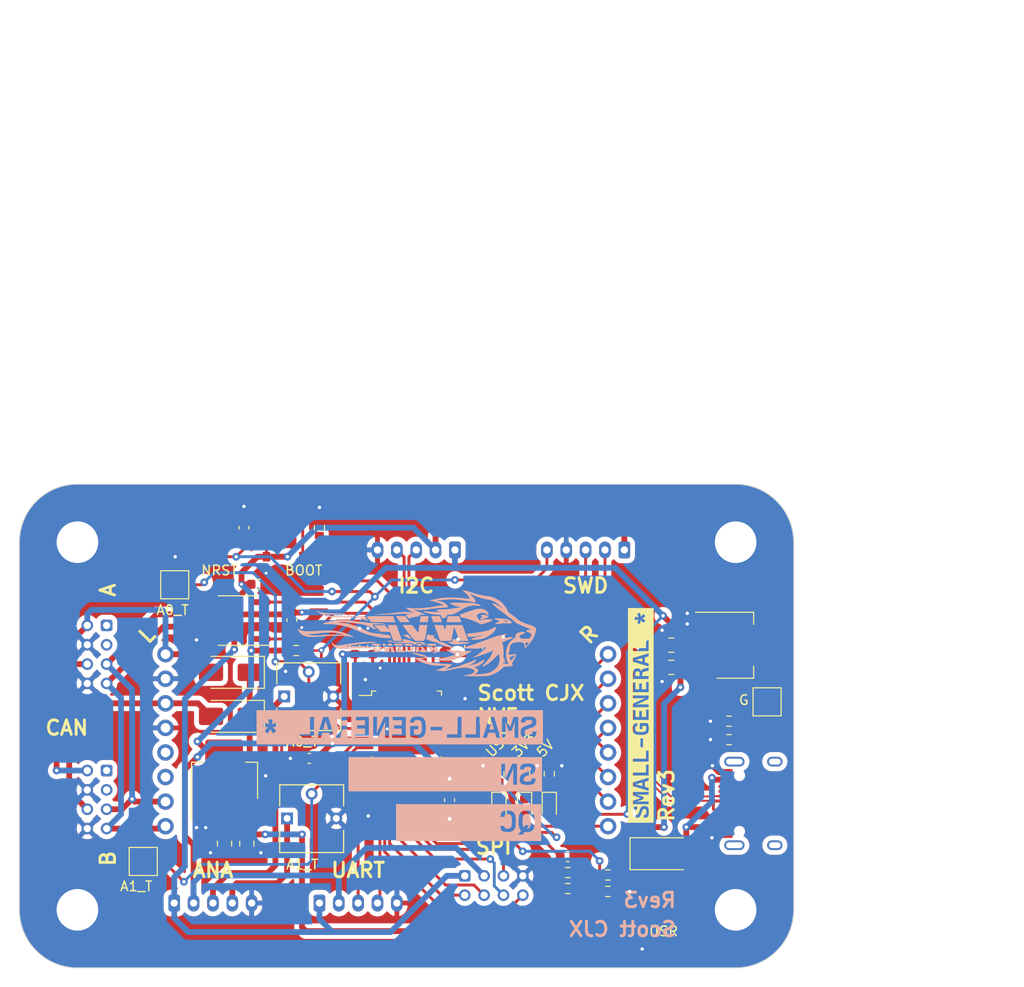
<source format=kicad_pcb>
(kicad_pcb (version 20221018) (generator pcbnew)
  (title_block (title "Small General") (date "2024-02-14") (rev "3") (company "Scott CJX"))
  (layers (0 "F.Cu" signal) (31 "B.Cu" signal) (34 "B.Paste" user) (35 "F.Paste" user) (36 "B.SilkS" user "B.Silkscreen") (37 "F.SilkS" user "F.Silkscreen") (38 "B.Mask" user) (39 "F.Mask" user) (44 "Edge.Cuts" user))
  (net 0 "")
  (net 1 "+3V3")
  (net 2 "GND")
  (net 3 "+5V")
  (net 4 "/UART_TX")
  (net 5 "/SWDIO")
  (net 6 "/UART_RX")
  (net 7 "/SWCLK")
  (net 8 "/NRST")
  (net 9 "/A1")
  (net 10 "/USR_BTN")
  (net 11 "VBUS")
  (net 12 "/CAN_RX")
  (net 13 "/CAN_TX")
  (net 14 "/CC1")
  (net 15 "/USB_D+")
  (net 16 "/USB_D-")
  (net 17 "/SBU1")
  (net 18 "/CC2")
  (net 19 "/SBU2")
  (net 20 "/A0")
  (net 21 "/BOOT0")
  (net 22 "/CAN_L")
  (net 23 "/CAN_H")
  (net 24 "/A0_MCU")
  (net 25 "V2")
  (net 26 "V1")
  (net 27 "/I2C_SCL")
  (net 28 "/I2C_SDA")
  (net 29 "VCC")
  (net 30 "/SPI_SCLK")
  (net 31 "/SPI_MISO")
  (net 32 "/SPI_IRQ")
  (net 33 "/SPI_MOSI")
  (net 34 "/SPI_CS")
  (net 35 "/UART2_RX")
  (net 36 "/UART2_TX")
  (net 37 "/PA8")
  (net 38 "/PB15")
  (net 39 "/PB14")
  (net 40 "/PB13")
  (net 41 "/PB12")
  (net 42 "/PB11")
  (net 43 "/A1_MCU")
  (net 44 "/V_{SENSE}")
  (net 45 "/USR_LED")
  (net 46 "Net-(D101-K)")
  (net 47 "Net-(D102-K)")
  (net 48 "Net-(D103-K)")
  (net 50 "Net-(R104-Pad2)")
  (footprint "Capacitor_SMD:C_0805_2012Metric" (layer "F.Cu") (at 148.6 116.8 90)
    (fp_text reference "C101" hide)
    (fp_text value "4u7")
  )
  (footprint "Capacitor_SMD:C_0805_2012Metric" (layer "F.Cu") (at 123.500001 137.15 -90)
    (fp_text reference "C111" hide)
    (fp_text value "2u2")
  )
  (footprint "Resistor_SMD:R_0603_1608Metric" (layer "F.Cu") (at 173.311396 126.41 180)
    (fp_text reference "R109" hide)
    (fp_text value "5k1")
  )
  (footprint "Diode_SMD:D_SMA" (layer "F.Cu") (at 121.800001 124 180)
    (fp_text reference "D106" hide)
    (fp_text value "SS14" hide)
  )
  (footprint "Package_QFP:LQFP-48_7x7mm_P0.5mm" (layer "F.Cu") (at 140 125)
    (fp_text reference "U101" hide)
    (fp_text value "STM32F072CBTx")
  )
  (footprint "Capacitor_SMD:C_0603_1608Metric" (layer "F.Cu") (at 129.95 128.35 180)
    (fp_text reference "C103" hide)
    (fp_text value "100n")
  )
  (footprint "Resistor_SMD:R_0603_1608Metric" (layer "F.Cu") (at 156.65 140.15 180)
    (fp_text reference "R103" hide)
    (fp_text value "10k")
  )
  (footprint "Capacitor_SMD:C_0603_1608Metric" (layer "F.Cu") (at 144.45 132.65 -90)
    (fp_text reference "C104" hide)
    (fp_text value "100n")
  )
  (footprint "Capacitor_SMD:C_0603_1608Metric" (layer "F.Cu") (at 123.2 104.5 90)
    (fp_text reference "C109" hide)
    (fp_text value "100n")
  )
  (footprint "Capacitor_SMD:C_0805_2012Metric" (layer "F.Cu") (at 121.2 137.15 -90)
    (fp_text reference "C112" hide)
    (fp_text value "2u2")
  )
  (footprint "LED_SMD:LED_0603_1608Metric" (layer "F.Cu") (at 154.75 133.337501 -90)
    (fp_text reference "D101" hide)
    (fp_text value "GREEN")
  )
  (footprint "Capacitor_SMD:C_0603_1608Metric" (layer "F.Cu") (at 156.65 138.5)
    (fp_text reference "C110" hide)
    (fp_text value "100n")
  )
  (footprint "NVF-OwnParts:Small-General Actual" (layer "F.Cu") (at 140 125)
    (fp_text reference "SG101" hide)
    (fp_text value "~" hide)
    (fp_poly (pts (arc (start -40 19) (mid -38.242641 23.242641) (end -34 25)) (arc (start 34 25) (mid 38.242641 23.242641) (end 40 19)) (arc (start 40 -19) (mid 38.242641 -23.242641) (end 34 -25)) (arc (start -34 -25) (mid -38.242641 -23.242641) (end -40 -19))) (stroke (width 0.1)) (fill none) (layer "Edge.Cuts"))
  )
  (footprint "Capacitor_SMD:C_0603_1608Metric" (layer "F.Cu") (at 146.5 116.8 90)
    (fp_text reference "C105" hide)
    (fp_text value "100n")
  )
  (footprint "TestPoint:TestPoint_Pad_2.5x2.5mm" (layer "F.Cu") (at 112.8 139)
    (fp_text reference "TP101" hide)
    (fp_text value "TestPoint" hide)
  )
  (footprint "LED_SMD:LED_0603_1608Metric" (layer "F.Cu") (at 152.195 133.337501 -90)
    (fp_text reference "D102" hide)
    (fp_text value "RED")
  )
  (footprint "Package_SO:SOIC-8_3.9x4.9mm_P1.27mm" (layer "F.Cu") (at 122.5 114.097315 180)
    (fp_text reference "U102" hide)
    (fp_text value "TJA1042T-3" hide)
  )
  (footprint "LED_SMD:LED_0603_1608Metric" (layer "F.Cu") (at 149.545 133.337501 -90)
    (fp_text reference "D103" hide)
    (fp_text value "BLUE")
  )
  (footprint "NVF-Kicad:PushBtn_TS-1187A-B-A-B" (layer "F.Cu") (at 127.4 104.5 -90)
    (fp_text reference "SW101" hide)
    (fp_text value "SW_Push" hide)
  )
  (footprint "Diode_SMD:D_SMA" (layer "F.Cu") (at 166.6 138.2)
    (fp_text reference "D104" hide)
    (fp_text value "SS14")
  )
  (footprint "NVF-Kicad:RV_Bourns_3362" (layer "F.Cu") (at 130.2 134.55)
    (fp_text reference "RV102" hide)
    (fp_text value "10k" hide)
  )
  (footprint "Package_TO_SOT_SMD:SOT-223-3_TabPin2" (layer "F.Cu") (at 121.2 130.650001 90)
    (fp_text reference "U103" hide)
    (fp_text value "AMS1117-3.3" hide)
  )
  (footprint "Resistor_SMD:R_0603_1608Metric" (layer "F.Cu") (at 154.745 129.942501 90)
    (fp_text reference "R105" hide)
    (fp_text value "200")
  )
  (footprint "NVF-Kicad:USBC_HRO_TYPE-C-31-M-12" (layer "F.Cu") (at 177 133 90)
    (fp_text reference "J101" hide)
    (fp_text value "USB_C" hide)
  )
  (footprint "Capacitor_SMD:C_0603_1608Metric" (layer "F.Cu") (at 128.15 114.05 -90)
    (fp_text reference "C107" hide)
    (fp_text value "100n")
  )
  (footprint "kibuzzard-65CCCADD" (layer "F.Cu") (at 164.2 123.9 90)
    (fp_text reference "kibuzzard-65CCCADD" hide)
    (fp_text value "G***" hide)
  )
  (footprint "NVF-Kicad:PushBtn_TS-1187A-B-A-B" (layer "F.Cu") (at 159.8 146.15)
    (fp_text reference "SW103" hide)
    (fp_text value "SW_Push" hide)
  )
  (footprint "Resistor_SMD:R_0603_1608Metric" (layer "F.Cu") (at 173.311396 124.5 180)
    (fp_text reference "R108" hide)
    (fp_text value "5k1")
  )
  (footprint "Resistor_SMD:R_0603_1608Metric" (layer "F.Cu") (at 128.6 117.2)
    (fp_text reference "R101" hide)
    (fp_text value "10k")
  )
  (footprint "Resistor_SMD:R_0603_1608Metric" (layer "F.Cu") (at 149.545 129.9425 90)
    (fp_text reference "R107" hide)
    (fp_text value "200")
  )
  (footprint "NVF-Kicad:PushBtn_TS-1187A-B-A-B" (layer "F.Cu") (at 119.100001 104.5 -90)
    (fp_text reference "SW102" hide)
    (fp_text value "SW_Push" hide)
  )
  (footprint "Capacitor_SMD:C_0805_2012Metric" (layer "F.Cu") (at 167.35 116.64 180)
    (fp_text reference "C114" hide)
    (fp_text value "2u2")
  )
  (footprint "Capacitor_SMD:C_0805_2012Metric" (layer "F.Cu") (at 167.35 118.94 180)
    (fp_text reference "C113" hide)
    (fp_text value "2u2")
  )
  (footprint "Diode_SMD:D_SMA" (layer "F.Cu") (at 121.8 119.450001 180)
    (fp_text reference "D105" hide)
    (fp_text value "SS14" hide)
  )
  (footprint "Package_TO_SOT_SMD:SOT-223-3_TabPin2" (layer "F.Cu") (at 173.95 116.65)
    (fp_text reference "U104" hide)
    (fp_text value "AMS1117-5.0")
  )
  (footprint "Resistor_SMD:R_0603_1608Metric" (layer "F.Cu") (at 131 104.5 90)
    (fp_text reference "R102" hide)
    (fp_text value "10k")
  )
  (footprint "Resistor_SMD:R_0603_1608Metric" (layer "F.Cu") (at 156.65 141.8)
    (fp_text reference "R104" hide)
    (fp_text value "1k")
  )
  (footprint "NVF-Kicad:RV_Bourns_3362" (layer "F.Cu") (at 129.9 121.94)
    (fp_text reference "RV101" hide)
    (fp_text value "10k" hide)
  )
  (footprint "TestPoint:TestPoint_Pad_2.5x2.5mm" (layer "F.Cu") (at 116.05 110.4)
    (fp_text reference "TP102" hide)
    (fp_text value "TestPoint")
  )
  (footprint "TestPoint:TestPoint_Pad_2.5x2.5mm" (layer "F.Cu") (at 177.25 122.5)
    (fp_text reference "TP103" hide)
    (fp_text value "TestPoint")
  )
  (footprint "Resistor_SMD:R_0603_1608Metric" (layer "F.Cu") (at 160.8 140.4 180)
    (fp_text reference "R110" hide)
    (fp_text value "10k")
  )
  (footprint "Capacitor_SMD:C_0603_1608Metric" (layer "F.Cu") (at 134.65 116.8 90)
    (fp_text reference "C102" hide)
    (fp_text value "100n")
  )
  (footprint "Resistor_SMD:R_0603_1608Metric" (layer "F.Cu") (at 152.195 129.9425 90)
    (fp_text reference "R106" hide)
    (fp_text value "200")
  )
  (footprint "Capacitor_SMD:C_0603_1608Metric" (layer "F.Cu") (at 124.725 110.35)
    (fp_text reference "C108" hide)
    (fp_text value "100n")
  )
  (footprint "Capacitor_SMD:C_0603_1608Metric" (layer "F.Cu") (at 136.5 116.8 90)
    (fp_text reference "C106" hide)
    (fp_text value "100n")
  )
  (footprint "Resistor_SMD:R_0603_1608Metric" (layer "F.Cu") (at 160.8 142.1)
    (fp_text reference "R111" hide)
    (fp_text value "1k")
  )
  (footprint "kibuzzard-65C10821" (layer "B.Cu") (at 146.411804 134.981976 180)
    (fp_text reference "kibuzzard-65C10821" hide)
    (fp_text value "G***" hide)
  )
  (footprint "kibuzzard-65CCCB35" (layer "B.Cu") (at 139.3 125.131976 180)
    (fp_text reference "kibuzzard-65CCCB35" hide)
    (fp_text value "G***" hide)
  )
  (footprint "NVF-Kicad:NVF-Logo-30mm" (layer "B.Cu") (at 141 118 180)
    (fp_text reference "G***" hide)
    (fp_text value "LOGO" hide)
  )
  (footprint "kibuzzard-65C10836" (layer "B.Cu") (at 144 129.981976 180)
    (fp_text reference "kibuzzard-65C10836" hide)
    (fp_text value "G***" hide)
  )
  (gr_text "Rev3" (at 168 143) (layer "B.SilkS") (effects (font (size 1.5 1.5) (thickness 0.3) bold) (justify left mirror)))
  (gr_text "Scott CJX" (at 168 146) (layer "B.SilkS") (effects (font (size 1.5 1.5) (thickness 0.3) bold) (justify left mirror)))
  (gr_text "NRST" (at 118.7 109.5) (layer "F.SilkS") (effects (font (size 1 1)) (justify left bottom)))
  (gr_text "Scott CJX\nNVF" (at 147.15 122.8) (layer "F.SilkS") (effects (font (size 1.5 1.5) (thickness 0.3) bold) (justify left)))
  (gr_text "BOOT" (at 127.35 109.5) (layer "F.SilkS") (effects (font (size 1 1)) (justify left bottom)))
  (gr_text "USR" (at 164.95 146.8) (layer "F.SilkS") (effects (font (size 1 1)) (justify left bottom)))
  (gr_text "USR" (at 148.8 128.45 45) (layer "F.SilkS") (effects (font (size 1 1)) (justify left bottom)))
  (gr_text "Rev3" (at 167.75 135.05 90) (layer "F.SilkS") (effects (font (size 1.5 1.5) (thickness 0.3) bold) (justify left bottom)))
  (gr_text "A0_T" (at 131 127.2) (layer "F.SilkS") (effects (font (size 1 1)) (justify right bottom)))
  (gr_text "A1_T" (at 131 139.9) (layer "F.SilkS") (effects (font (size 1 1)) (justify right bottom)))
  (gr_text "A1_T" (at 113.85 142.15) (layer "F.SilkS") (effects (font (size 1 1)) (justify right bottom)))
  (gr_text "A0_T" (at 117.6 113.6) (layer "F.SilkS") (effects (font (size 1 1)) (justify right bottom)))
  (gr_text "3V3" (at 151.5 128.45 45) (layer "F.SilkS") (effects (font (size 1 1)) (justify left bottom)))
  (gr_text "5V" (at 154.05 128.45 45) (layer "F.SilkS") (effects (font (size 1 1)) (justify left bottom)))
  (gr_text "G" (at 174.25 122.9) (layer "F.SilkS") (effects (font (size 1 1)) (justify left bottom)))
  (segment (start 146.5 117.575) (end 146.5 120.65) (width 0.3) (layer "F.Cu") (net 1))
  (segment (start 162.5 106.8) (end 162.5 105.1) (width 0.6) (layer "F.Cu") (net 1))
  (segment (start 132.35 126.8) (end 132.9 126.25) (width 0.3) (layer "F.Cu") (net 1))
  (segment (start 125.525 107.5) (end 127.7 107.5) (width 0.6) (layer "F.Cu") (net 1))
  (segment (start 144.9 122.25) (end 144.1625 122.25) (width 0.3) (layer "F.Cu") (net 1))
  (segment (start 125.525 107.5) (end 125.525 101.5) (width 0.3) (layer "F.Cu") (net 1))
  (segment (start 121.2 127.500001) (end 119.099999 127.500001) (width 0.6) (layer "F.Cu") (net 1))
  (segment (start 142.75 129.1625) (end 142.75 130.7) (width 0.3) (layer "F.Cu") (net 1))
  (segment (start 148.425 117.575) (end 148.6 117.75) (width 0.6) (layer "F.Cu") (net 1))
  (segment (start 136.5 117.575) (end 136.5 119.2) (width 0.3) (layer "F.Cu") (net 1))
  (segment (start 122.107685 112.192315) (end 123.95 110.35) (width 0.6) (layer "F.Cu") (net 1))
  (segment (start 149.545 134.125001) (end 152.195 134.125001) (width 0.6) (layer "F.Cu") (net 1))
  (segment (start 124.6 107.5) (end 125.525 107.5) (width 0.6) (layer "F.Cu") (net 1))
  (segment (start 118.4 128.2) (end 117.1 129.5) (width 0.6) (layer "F.Cu") (net 1))
  (segment (start 117.1 136.4) (end 118 137.3) (width 0.6) (layer "F.Cu") (net 1))
  (segment (start 134.7 117.625) (end 134.65 117.575) (width 0.3) (layer "F.Cu") (net 1))
  (segment (start 143.925 131.875) (end 144.45 131.875) (width 0.3) (layer "F.Cu") (net 1))
  (segment (start 161.85 104.45) (end 143.95 104.45) (width 0.6) (layer "F.Cu") (net 1))
  (segment (start 145.275 117.575) (end 145.25 117.6) (width 0.6) (layer "F.Cu") (net 1))
  (segment (start 122.95 110.35) (end 122.95 109.15) (width 0.6) (layer "F.Cu") (net 1))
  (segment (start 162.5 105.1) (end 161.85 104.45) (width 0.6) (layer "F.Cu") (net 1))
  (segment (start 136.5 119.2) (end 137.25 119.95) (width 0.3) (layer "F.Cu") (net 1))
  (segment (start 137.25 119.95) (end 137.25 120.8375) (width 0.3) (layer "F.Cu") (net 1))
  (segment (start 127.775 117.2) (end 123.95 117.2) (width 0.6) (layer "F.Cu") (net 1))
  (segment (start 143.95 104.45) (end 143 105.4) (width 0.6) (layer "F.Cu") (net 1))
  (segment (start 148.125001 134.125001) (end 144.45 130.45) (width 0.6) (layer "F.Cu") (net 1))
  (segment (start 134.7 121.8) (end 134.7 117.625) (width 0.3) (layer "F.Cu") (net 1))
  (segment (start 132.9 126.25) (end 135.8375 126.25) (width 0.3) (layer "F.Cu") (net 1))
  (segment (start 142.75 130.7) (end 143.925 131.875) (width 0.3) (layer "F.Cu") (net 1))
  (segment (start 134.65 117.575) (end 136.5 117.575) (width 0.6) (layer "F.Cu") (net 1))
  (segment (start 118 137.3) (end 118 143.3) (width 0.6) (layer "F.Cu") (net 1))
  (segment (start 146.5 117.575) (end 145.275 117.575) (width 0.6) (layer "F.Cu") (net 1))
  (segment (start 143 105.4) (end 143 106.8) (width 0.6) (layer "F.Cu") (net 1))
  (segment (start 119.099999 127.500001) (end 118.4 128.2) (width 0.6) (layer "F.Cu") (net 1))
  (segment (start 134.65 117.575) (end 133.4 117.575) (width 0.6) (layer "F.Cu") (net 1))
  (segment (start 117.1 129.5) (end 117.1 136.4) (width 0.6) (layer "F.Cu") (net 1))
  (segment (start 149.545 134.125001) (end 148.125001 134.125001) (width 0.6) (layer "F.Cu") (net 1))
  (segment (start 144.45 131.875) (end 144.45 130.45) (width 0.6) (layer "F.Cu") (net 1))
  (segment (start 135.15 122.25) (end 134.7 121.8) (width 0.3) (layer "F.Cu") (net 1))
  (segment (start 146.5 117.575) (end 148.425 117.575) (width 0.6) (layer "F.Cu") (net 1))
  (segment (start 123.95 110.35) (end 122.95 110.35) (width 0.6) (layer "F.Cu") (net 1))
  (segment (start 119.300001 127.500001) (end 118.4 126.6) (width 0.6) (layer "F.Cu") (net 1))
  (segment (start 122.95 109.15) (end 124.6 107.5) (width 0.6) (layer "F.Cu") (net 1))
  (segment (start 132.35 126.8) (end 132.275 126.8) (width 0.6) (layer "F.Cu") (net 1))
  (segment (start 132.275 126.8) (end 130.725 128.35) (width 0.6) (layer "F.Cu") (net 1))
  (segment (start 146.5 120.65) (end 144.9 122.25) (width 0.3) (layer "F.Cu") (net 1))
  (segment (start 120.025 112.192315) (end 122.107685 112.192315) (width 0.6) (layer "F.Cu") (net 1))
  (segment (start 135.8375 122.25) (end 135.15 122.25) (width 0.3) (layer "F.Cu") (net 1))
  (segment (start 121.2 127.500001) (end 119.300001 127.500001) (width 0.6) (layer "F.Cu") (net 1))
  (via (at 132.35 126.8) (size 0.8) (drill 0.35) (layers "F.Cu" "B.Cu") (net 1))
  (via (at 118.4 126.6) (size 0.8) (drill 0.35) (layers "F.Cu" "B.Cu") (net 1))
  (via (at 123.95 117.2) (size 0.8) (drill 0.35) (layers "F.Cu" "B.Cu") (net 1))
  (via (at 122.95 110.35) (size 0.6) (drill 0.3) (layers "F.Cu" "B.Cu") (net 1))
  (via (at 133.4 117.575) (size 0.8) (drill 0.35) (layers "F.Cu" "B.Cu") (net 1))
  (via (at 144.45 130.45) (size 0.8) (drill 0.4) (layers "F.Cu" "B.Cu") (net 1))
  (via (at 127.7 107.5) (size 0.8) (drill 0.35) (layers "F.Cu" "B.Cu") (net 1))
  (via (at 118.4 128.2) (size 0.8) (drill 0.35) (layers "F.Cu" "B.Cu") (net 1))
  (via (at 145.25 117.6) (size 0.8) (drill 0.35) (layers "F.Cu" "B.Cu") (net 1))
  (segment (start 133.425 117.6) (end 133.4 117.575) (width 0.6) (layer "B.Cu") (net 1))
  (segment (start 123.95 117.2) (end 123.95 111.35) (width 0.6) (layer "B.Cu") (net 1))
  (segment (start 132.35 126.8) (end 133.551 125.599) (width 0.6) (layer "B.Cu") (net 1))
  (segment (start 140.8 126.8) (end 144.45 130.45) (width 0.6) (layer "B.Cu") (net 1))
  (segment (start 133.551 117.726) (end 133.4 117.575) (width 0.6) (layer "B.Cu") (net 1))
  (segment (start 140.7 104.5) (end 143 106.8) (width 0.6) (layer "B.Cu") (net 1))
  (segment (start 118.7 140.45) (end 118 141.15) (width 0.6) (layer "B.Cu") (net 1))
  (segment (start 145.25 117.6) (end 143 117.6) (width 0.6) (layer "B.Cu") (net 1))
  (segment (start 135.85 137.6) (end 145.1315 137.6) (width 0.6) (layer "B.Cu") (net 1))
  (segment (start 133 140.45) (end 118.7 140.45) (width 0.6) (layer "B.Cu") (net 1))
  (segment (start 127.7 107.5) (end 130.7 104.5) (width 0.6) (layer "B.Cu") (net 1))
  (segment (start 132.35 126.8) (end 140.8 126.8) (width 0.6) (layer "B.Cu") (net 1))
  (segment (start 145.1315 137.6) (end 148.0155 140.484) (width 0.6) (layer "B.Cu") (net 1))
  (segment (start 143 117.6) (end 133.425 117.6) (width 0.6) (layer "B.Cu") (net 1))
  (segment (start 118.4 126.6) (end 123.95 121.05) (width 0.6) (layer "B.Cu") (net 1))
  (segment (start 119.8 126.8) (end 118.4 128.2) (width 0.6) (layer "B.Cu") (net 1))
  (segment (start 123.95 121.05) (end 123.95 117.2) (width 0.6) (layer "B.Cu") (net 1))
  (segment (start 132.35 126.8) (end 119.8 126.8) (width 0.6) (layer "B.Cu") (net 1))
  (segment (start 133.551 125.599) (end 133.551 117.726) (width 0.6) (layer "B.Cu") (net 1))
  (segment (start 118 141.15) (end 118 143.3) (width 0.6) (layer "B.Cu") (net 1))
  (segment (start 130.7 104.5) (end 140.7 104.5) (width 0.6) (layer "B.Cu") (net 1))
  (segment (start 133 143.3) (end 133 140.45) (width 0.6) (layer "B.Cu") (net 1))
  (segment (start 123.95 111.35) (end 122.95 110.35) (width 0.6) (layer "B.Cu") (net 1))
  (segment (start 133 140.45) (end 135.85 137.6) (width 0.6) (layer "B.Cu") (net 1))
  (segment (start 124.975 114.732315) (end 128.057315 114.732315) (width 0.6) (layer "F.Cu") (net 2))
  (segment (start 129.175 114.825) (end 128.15 114.825) (width 0.6) (layer "F.Cu") (net 2))
  (segment (start 117.225001 101.5) (end 117.225001 107.5) (width 0.3) (layer "F.Cu") (net 2))
  (segment (start 128.057315 114.732315) (end 128.15 114.825) (width 0.6) (layer "F.Cu") (net 2))
  (segment (start 172.25 129.75) (end 171.6 129.1) (width 0.6) (layer "F.Cu") (net 2))
  (segment (start 131 103.675) (end 131 102.4) (width 0.3) (layer "F.Cu") (net 2))
  (segment (start 156.032499 129.117501) (end 156.046225 129.103775) (width 0.3) (layer "F.Cu") (net 2))
  (segment (start 144.025 133.425) (end 144.45 133.425) (width 0.3) (layer "F.Cu") (net 2))
  (segment (start 134.65 116.025) (end 134.65 115.4) (width 0.6) (layer "F.Cu") (net 2))
  (segment (start 120.025 116.002315) (end 118.397685 116.002315) (width 0.6) (layer "F.Cu") (net 2))
  (segment (start 137.55 125.75) (end 138 125.3) (width 0.3) (layer "F.Cu") (net 2))
  (segment (start 171.85 136.25) (end 171.55 136.55) (width 0.6) (layer "F.Cu") (net 2))
  (segment (start 118.397685 116.002315) (end 118.3 116.1) (width 0.6) (layer "F.Cu") (net 2))
  (segment (start 152.195 129.1175) (end 153.4825 129.1175) (width 0.3) (layer "F.Cu") (net 2))
  (segment (start 144.45 133.425) (end 144.45 134.6) (width 0.6) (layer "F.Cu") (net 2))
  (segment (start 145.459954 122.75) (end 146.042477 122.167477) (width 0.3) (layer "F.Cu") (net 2))
  (segment (start 136.5 116.025) (end 134.65 116.025) (width 0.6) (layer "F.Cu") (net 2))
  (segment (start 144.1625 122.75) (end 145.459954 122.75) (width 0.3) (layer "F.Cu") (net 2))
  (segment (start 172.955 129.75) (end 172.25 129.75) (width 0.6) (layer "F.Cu") (net 2))
  (segment (start 162.8 148.025) (end 164.325 148.025) (width 0.3) (layer "F.Cu") (net 2))
  (segment (start 164.325 148.025) (end 164.35 148.05) (width 0.3) (layer "F.Cu") (net 2))
  (segment (start 172.955 136.25) (end 171.85 136.25) (width 0.6) (layer "F.Cu") (net 2))
  (segment (start 161.625 142.1) (end 163.05 142.1) (width 0.3) (layer "F.Cu") (net 2))
  (segment (start 154.745 129.117501) (end 156.032499 129.117501) (width 0.3) (layer "F.Cu") (net 2))
  (segment (start 137.75 120.8375) (end 137.75 119.475) (width 0.3) (layer "F.Cu") (net 2))
  (segment (start 142.25 129.1625) (end 142.25 131.65) (width 0.3) (layer "F.Cu") (net 2))
  (segment (start 142.25 131.65) (end 144.025 133.425) (width 0.3) (layer "F.Cu") (net 2))
  (segment (start 134.65 115.4) (end 135.15 114.9) (width 0.6) (layer "F.Cu") (net 2))
  (segment (start 125.5 110.35) (end 125.5 109.2) (width 0.6) (layer "F.Cu") (net 2))
  (segment (start 156.8 148.025) (end 162.8 148.025) (width 0.3) (layer "F.Cu") (net 2))
  (segment (start 146.5 116.025) (end 145.325 116.025) (width 0.6) (layer "F.Cu") (net 2))
  (segment (start 117.225001 107.5) (end 116.1 107.5) (width 0.3) (layer "F.Cu") (net 2))
  (segment (start 172.486396 126.41) (end 171.41 126.41) (width 0.3) (layer "F.Cu") (net 2))
  (segment (start 137.75 119.475) (end 137.275 119) (width 0.3) (layer "F.Cu") (net 2))
  (segment (start 172.486396 124.5) (end 171.4 124.5) (width 0.3) (layer "F.Cu") (net 2))
  (segment (start 123.2 103.725) (end 123.2 102.3) (width 0.3) (layer "F.Cu") (net 2))
  (segment (start 153.4825 129.1175) (end 153.5 129.1) (width 0.3) (layer "F.Cu") (net 2))
  (segment (start 135.8375 125.75) (end 137.55 125.75) (width 0.3) (layer "F.Cu") (net 2))
  (segment (start 171.41 126.41) (end 171.4 126.4) (width 0.3) (layer "F.Cu") (net 2))
  (via (at 135.15 114.9) (size 0.8) (drill 0.35) (layers "F.Cu" "B.Cu") (net 2))
  (via (at 116.1 107.5) (size 0.8) (drill 0.35) (layers "F.Cu" "B.Cu") (net 2))
  (via (at 138 125.3) (size 0.6) (drill 0.3) (layers "F.Cu" "B.Cu") (net 2))
  (via (at 137.275 119) (size 0.6) (drill 0.3) (layers "F.Cu" "B.Cu") (net 2))
  (via (at 124.95 138.1) (size 0.8) (drill 0.35) (layers "F.Cu" "B.Cu") (net 2))
  (via (at 169 114.45) (size 0.8) (drill 0.35) (layers "F.Cu" "B.Cu") (net 2))
  (via (at 129.175 114.825) (size 0.6) (drill 0.3) (layers "F.Cu" "B.Cu") (net 2))
  (via (at 131 102.4) (size 0.8) (drill 0.35) (layers "F.Cu" "B.Cu") (net 2))
  (via (at 118.3 116.1) (size 0.8) (drill 0.35) (layers "F.Cu" "B.Cu") (net 2))
  (via (at 146.042477 122.167477) (size 0.8) (drill 0.35) (layers "F.Cu" "B.Cu") (net 2))
  (via (at 171.6 129.1) (size 0.8) (drill 0.35) (layers "F.Cu" "B.Cu") (net 2))
  (via (at 125.45 130.15) (size 0.8) (drill 0.35) (layers "F.Cu" "B.Cu") (net 2))
  (via (at 150 115.8) (size 0.8) (drill 0.35) (layers "F.Cu" "B.Cu") (net 2))
  (via (at 136 114.9) (size 0.6) (drill 0.3) (layers "F.Cu" "B.Cu") (net 2))
  (via (at 166.4 120.4) (size 0.8) (drill 0.35) (layers "F.Cu" "B.Cu") (net 2))
  (via (at 169 113.35) (size 0.8) (drill 0.35) (layers "F.Cu" "B.Cu") (net 2))
  (via (at 144.45 134.6) (size 0.8) (drill 0.4) (layers "F.Cu" "B.Cu") (net 2))
  (via (at 118.3 135.5) (size 0.8) (drill 0.35) (layers "F.Cu" "B.Cu") (net 2))
  (via (at 171.4 126.4) (size 0.8) (drill 0.35) (layers "F.Cu" "B.Cu") (net 2))
  (via (at 136.05 134.3) (size 0.8) (drill 0.35) (layers "F.Cu" "B.Cu") (net 2))
  (via (at 119.75 138.1) (size 0.8) (drill 0.35) (layers "F.Cu" "B.Cu") (net 2))
  (via (at 127.5 119.35) (size 0.8) (drill 0.35) (layers "F.Cu" "B.Cu") (net 2))
  (via (at 171.4 124.5) (size 0.8) (drill 0.35) (layers "F.Cu" "B.Cu") (net 2))
  (via (at 123.2 102.3) (size 0.8) (drill 0.35) (layers "F.Cu" "B.Cu") (net 2))
  (via (at 128 128.35) (size 0.8) (drill 0.35) (layers "F.Cu" "B.Cu") (net 2))
  (via (at 145.325 116.025) (size 0.8) (drill 0.35) (layers "F.Cu" "B.Cu") (net 2))
  (via (at 153.5 129.1) (size 0.8) (drill 0.35) (layers "F.Cu" "B.Cu") (net 2))
  (via (at 171.55 136.55) (size 0.8) (drill 0.35) (layers "F.Cu" "B.Cu") (net 2))
  (via (at 125.5 109.2) (size 0.6) (drill 0.3) (layers "F.Cu" "B.Cu") (net 2))
  (via (at 156.046225 129.103775) (size 0.8) (drill 0.35) (layers "F.Cu" "B.Cu") (net 2))
  (via (at 164.35 148.05) (size 0.8) (drill 0.35) (layers "F.Cu" "B.Cu") (net 2))
  (via (at 135.75 120.2) (size 0.8) (drill 0.35) (layers "F.Cu" "B.Cu") (net 2))
  (via (at 163.05 142.1) (size 0.8) (drill 0.35) (layers "F.Cu" "B.Cu") (net 2))
  (via (at 119.25 135.5) (size 0.8) (drill 0.35) (layers "F.Cu" "B.Cu") (net 2))
  (via (at 166.4 115.1) (size 0.8) (drill 0.35) (layers "F.Cu" "B.Cu") (net 2))
  (segment (start 166.5 113.6) (end 168.3 115.4) (width 0.6) (layer "F.Cu") (net 3))
  (segment (start 122.837685 113.462315) (end 124.975 113.462315) (width 0.6) (layer "F.Cu") (net 3))
  (segment (start 162.774999 134.125001) (end 162.8 134.1) (width 0.3) (layer "F.Cu") (net 3))
  (segment (start 129.175 113.275) (end 129.2 113.25) (width 0.6) (layer "F.Cu") (net 3))
  (segment (start 168.3 115.4) (end 168.3 116.64) (width 0.6) (layer "F.Cu") (net 3))
  (segment (start 124.975 113.462315) (end 127.962685 113.462315) (width 0.6) (layer "F.Cu") (net 3))
  (segment (start 154.75 134.125001) (end 162.774999 134.125001) (width 0.3) (layer "F.Cu") (net 3))
  (segment (start 127.962685 113.462315) (end 128.15 113.275) (width 0.6) (layer "F.Cu") (net 3))
  (segment (start 128.15 113.275) (end 129.175 113.275) (width 0.6) (layer "F.Cu") (net 3))
  (segment (start 122.2 114.1) (end 122.837685 113.462315) (width 0.6) (layer "F.Cu") (net 3))
  (segment (start 122.2 117.1) (end 122.2 114.1) (width 0.6) (layer "F.Cu") (net 3))
  (via (at 129.2 113.25) (size 0.6) (drill 0.3) (layers "F.Cu" "B.Cu") (net 3))
  (via (at 162.8 134.1) (size 0.8) (drill 0.35) (layers "F.Cu" "B.Cu") (net 3))
  (via (at 122.2 117.1) (size 0.8) (drill 0.35) (layers "F.Cu" "B.Cu") (net 3))
  (via (at 166.5 113.6) (size 0.8) (drill 0.35) (layers "F.Cu" "B.Cu") (net 3))
  (segment (start 162.8 134.1) (end 162.8 117.3) (width 0.3) (layer "B.Cu") (net 3))
  (segment (start 145 106.8) (end 145 108.4) (width 0.6) (layer "B.Cu") (net 3))
  (segment (start 133.25 113.25) (end 129.2 113.25) (width 0.6) (layer "B.Cu") (net 3))
  (segment (start 162.8 117.3) (end 166.5 113.6) (width 0.3) (layer "B.Cu") (net 3))
  (segment (start 116 140.6) (end 117.1 139.5) (width 0.6) (layer "B.Cu") (net 3))
  (segment (start 132.35 146.3) (end 117.45 146.3) (width 0.6) (layer "B.Cu") (net 3))
  (segment (start 144.166 140.484) (end 146.0155 140.484) (width 0.6) (layer "B.Cu") (net 3))
  (segment (start 132.35 146.3) (end 138.35 146.3) (width 0.6) (layer "B.Cu") (net 3))
  (segment (start 131 144.95) (end 131 143.3) (width 0.6) (layer "B.Cu") (net 3))
  (segment (start 144.75 108.65) (end 161.55 108.65) (width 0.6) (layer "B.Cu") (net 3))
  (segment (start 144.75 108.65) (end 137.85 108.65) (width 0.6) (layer "B.Cu") (net 3))
  (segment (start 117.45 146.3) (end 116 144.85) (width 0.6) (layer "B.Cu") (net 3))
  (segment (start 137.85 108.65) (end 133.25 113.25) (width 0.6) (layer "B.Cu") (net 3))
  (segment (start 117.1 139.5) (end 117.1 122.2) (width 0.6) (layer "B.Cu") (net 3))
  (segment (start 138.35 146.3) (end 144.166 140.484) (width 0.6) (layer "B.Cu") (net 3))
  (segment (start 116 144.85) (end 116 143.3) (width 0.6) (layer "B.Cu") (net 3))
  (segment (start 117.1 122.2) (end 122.2 117.1) (width 0.6) (layer "B.Cu") (net 3))
  (segment (start 116 143.3) (end 116 140.6) (width 0.6) (layer "B.Cu") (net 3))
  (segment (start 132.35 146.3) (end 131 144.95) (width 0.6) (layer "B.Cu") (net 3))
  (segment (start 145 108.4) (end 144.75 108.65) (width 0.6) (layer "B.Cu") (net 3))
  (segment (start 161.55 108.65) (end 166.5 113.6) (width 0.6) (layer "B.Cu") (net 3))
  (segment (start 155.682404 125.25) (end 160.817404 120.115) (width 0.3) (layer "F.Cu") (net 4))
  (segment (start 144.1625 125.25) (end 155.682404 125.25) (width 0.3) (layer "F.Cu") (net 4))
  (segment (start 144.1625 123.25) (end 147.8 123.25) (width 0.3) (layer "F.Cu") (net 5))
  (segment (start 160.5 110.55) (end 160.5 106.8) (width 0.3) (layer "F.Cu") (net 5))
  (segment (start 147.8 123.25) (end 160.5 110.55) (width 0.3) (layer "F.Cu") (net 5))
  (segment (start 144.1625 124.75) (end 153.642404 124.75) (width 0.3) (layer "F.Cu") (net 6))
  (segment (start 153.642404 124.75) (end 160.817404 117.575) (width 0.3) (layer "F.Cu") (net 6))
  (segment (start 142.75 120.8375) (end 142.75 116.85) (width 0.3) (layer "F.Cu") (net 7))
  (segment (start 154.35 114.15) (end 158.5 110) (width 0.3) (layer "F.Cu") (net 7))
  (segment (start 145.45 114.15) (end 154.35 114.15) (width 0.3) (layer "F.Cu") (net 7))
  (segment (start 158.5 110) (end 158.5 106.8) (width 0.3) (layer "F.Cu") (net 7))
  (segment (start 142.75 116.85) (end 145.45 114.15) (width 0.3) (layer "F.Cu") (net 7))
  (segment (start 120.975001 107.5) (end 120.975001 101.5) (width 0.3) (layer "F.Cu") (net 8))
  (segment (start 120.975001 107.5) (end 122.4 107.5) (width 0.3) (layer "F.Cu") (net 8))
  (segment (start 153.3 109.9) (end 154.5 108.7) (width 0.3) (layer "F.Cu") (net 8))
  (segment (start 136.2 111.1) (end 136.73217 111.63217) (width 0.3) (layer "F.Cu") (net 8))
  (segment (start 131.2 117.164339) (end 131.2 123.3) (width 0.3) (layer "F.Cu") (net 8))
  (segment (start 129.425 117.2) (end 131.164339 117.2) (width 0.25) (layer "F.Cu") (net 8))
  (segment (start 131.2 123.3) (end 133.15 125.25) (width 0.3) (layer "F.Cu") (net 8))
  (segment (start 133.15 125.25) (end 135.8375 125.25) (width 0.3) (layer "F.Cu") (net 8))
  (segment (start 145 109.9) (end 153.3 109.9) (width 0.3) (layer "F.Cu") (net 8))
  (segment (start 123.2 105.275) (end 123.2 106.7) (width 0.3) (layer "F.Cu") (net 8))
  (segment (start 123.2 106.7) (end 122.4 107.5) (width 0.3) (layer "F.Cu") (net 8))
  (segment (start 131.164339 117.2) (end 131.2 117.164339) (width 0.25) (layer "F.Cu") (net 8))
  (segment (start 154.5 108.7) (end 154.5 106.8) (width 0.3) (layer "F.Cu") (net 8))
  (segment (start 132.3 111.1) (end 136.2 111.1) (width 0.3) (layer "F.Cu") (net 8))
  (via (at 131.2 117.164339) (size 0.6) (drill 0.3) (layers "F.Cu" "B.Cu") (net 8))
  (via (at 122.4 107.5) (size 0.8) (drill 0.35) (layers "F.Cu" "B.Cu") (net 8))
  (via (at 132.3 111.1) (size 0.8) (drill 0.35) (layers "F.Cu" "B.Cu") (net 8))
  (via (at 145 109.9) (size 0.8) (drill 0.35) (layers "F.Cu" "B.Cu") (net 8))
  (via (at 136.73217 111.63217) (size 0.8) (drill 0.35) (layers "F.Cu" "B.Cu") (net 8))
  (segment (start 125.9 107.5) (end 122.4 107.5) (width 0.3) (layer "B.Cu") (net 8))
  (segment (start 138.464339 109.9) (end 136.73217 111.63217) (width 0.3) (layer "B.Cu") (net 8))
  (segment (start 145 109.9) (end 138.464339 109.9) (width 0.3) (layer "B.Cu") (net 8))
  (segment (start 131.2 117.164339) (end 131.200001 117.164339) (width 0.3) (layer "B.Cu") (net 8))
  (segment (start 129.5 111.1) (end 125.9 107.5) (width 0.3) (layer "B.Cu") (net 8))
  (segment (start 132.3 111.1) (end 129.5 111.1) (width 0.3) (layer "B.Cu") (net 8))
  (segment (start 131.200001 117.164339) (end 136.73217 111.63217) (width 0.3) (layer "B.Cu") (net 8))
  (segment (start 122.45 141.25) (end 122 141.7) (width 0.6) (layer "F.Cu") (net 9))
  (segment (start 126.65 141.25) (end 122.45 141.25) (width 0.6) (layer "F.Cu") (net 9))
  (segment (start 127.66 140.24) (end 126.65 141.25) (width 0.6) (layer "F.Cu") (net 9))
  (segment (start 127.66 134.55) (end 127.66 140.24) (width 0.6) (layer "F.Cu") (net 9))
  (segment (start 122 141.7) (end 122 143.3) (width 0.6) (layer "F.Cu") (net 9))
  (segment (start 155.825 138.55) (end 155.875 138.5) (width 0.3) (layer "F.Cu") (net 10))
  (segment (start 140.75 133.95) (end 143.3 136.5) (width 0.3) (layer "F.Cu") (net 10))
  (segment (start 153.875 136.5) (end 155.875 138.5) (width 0.3) (layer "F.Cu") (net 10))
  (segment (start 140.75 129.1625) (end 140.75 133.95) (width 0.3) (layer "F.Cu") (net 10))
  (segment (start 155.825 141.8) (end 155.825 140.15) (width 0.3) (layer "F.Cu") (net 10))
  (segment (start 143.3 136.5) (end 153.875 136.5) (width 0.3) (layer "F.Cu") (net 10))
  (segment (start 155.825 140.15) (end 155.825 138.55) (width 0.3) (layer "F.Cu") (net 10))
  (segment (start 168.9 135.45) (end 168.9 137.9) (width 0.6) (layer "F.Cu") (net 11))
  (segment (start 171.75 130.55) (end 171.55 130.35) (width 0.6) (layer "F.Cu") (net 11))
  (segment (start 168.9 137.9) (end 168.6 138.2) (width 0.6) (layer "F.Cu") (net 11))
  (segment (start 172.955 135.45) (end 168.9 135.45) (width 0.6) (layer "F.Cu") (net 11))
  (segment (start 172.955 130.55) (end 171.75 130.55) (width 0.6) (layer "F.Cu") (net 11))
  (via (at 168.9 135.45) (size 0.8) (drill 0.35) (layers "F.Cu" "B.Cu") (net 11))
  (via (at 171.55 130.35) (size 0.8) (drill 0.35) (layers "F.Cu" "B.Cu") (net 11))
  (segment (start 168.9 135.45) (end 171.55 132.8) (width 0.6) (layer "B.Cu") (net 11))
  (segment (start 171.55 132.8) (end 171.55 130.35) (width 0.6) (layer "B.Cu") (net 11))
  (segment (start 135.692315 112.192315) (end 138.75 115.25) (width 0.3) (layer "F.Cu") (net 12))
  (segment (start 124.975 112.192315) (end 135.692315 112.192315) (width 0.3) (layer "F.Cu") (net 12))
  (segment (start 138.75 115.25) (end 138.75 120.8375) (width 0.3) (layer "F.Cu") (net 12))
  (segment (start 132.5 113.35) (end 129.847685 116.002315) (width 0.3) (layer "F.Cu") (net 13))
  (segment (start 129.847685 116.002315) (end 124.975 116.002315) (width 0.3) (layer "F.Cu") (net 13))
  (segment (start 138.25 120.8375) (end 138.25 115.7) (width 0.3) (layer "F.Cu") (net 13))
  (segment (start 138.25 115.7) (end 135.9 113.35) (width 0.3) (layer "F.Cu") (net 13))
  (segment (start 135.9 113.35) (end 132.5 113.35) (width 0.3) (layer "F.Cu") (net 13))
  (segment (start 174.03 134.25) (end 176.4 131.88) (width 0.3) (layer "F.Cu") (net 14))
  (segment (start 176.4 126.763604) (end 174.136396 124.5) (width 0.3) (layer "F.Cu") (net 14))
  (segment (start 176.4 131.88) (end 176.4 126.763604) (width 0.3) (layer "F.Cu") (net 14))
  (segment (start 172.955 134.25) (end 174.03 134.25) (width 0.3) (layer "F.Cu") (net 14))
  (segment (start 165.025 130.0068) (end 167.2932 132.275) (width 0.2) (layer "F.Cu") (net 15))
  (segment (start 165.025 116.8068) (end 165.025 130.0068) (width 0.2) (layer "F.Cu") (net 15))
  (segment (start 173.98 133.25) (end 172.955 133.25) (width 0.3) (layer "F.Cu") (net 15))
  (segment (start 157.8068 114.475) (end 162.6932 114.475) (width 0.2) (layer "F.Cu") (net 15))
  (segment (start 145.293751 123.775) (end 148.5068 123.775) (width 0.2) (layer "F.Cu") (net 15))
  (segment (start 174 132.25) (end 174.15 132.4) (width 0.3) (layer "F.Cu") (net 15))
  (segment (start 145.268751 123.75) (end 145.293751 123.775) (width 0.2) (layer "F.Cu") (net 15))
  (segment (start 174.15 133.08) (end 173.98 133.25) (width 0.3) (layer "F.Cu") (net 15))
  (segment (start 171.867499 132.25) (end 172.955 132.25) (width 0.2) (layer "F.Cu") (net 15))
  (segment (start 148.5068 123.775) (end 157.8068 114.475) (width 0.2) (layer "F.Cu") (net 15))
  (segment (start 172.955 132.25) (end 174 132.25) (width 0.3) (layer "F.Cu") (net 15))
  (segment (start 162.6932 114.475) (end 165.025 116.8068) (width 0.2) (layer "F.Cu") (net 15))
  (segment (start 171.842499 132.275) (end 171.867499 132.25) (width 0.2) (layer "F.Cu") (net 15))
  (segment (start 144.1625 123.75) (end 145.268751 123.75) (width 0.2) (layer "F.Cu") (net 15))
  (segment (start 174.15 132.4) (end 174.15 133.08) (width 0.3) (layer "F.Cu") (net 15))
  (segment (start 167.2932 132.275) (end 171.842499 132.275) (width 0.2) (layer "F.Cu") (net 15))
  (segment (start 148.6932 124.225) (end 157.9932 114.925) (width 0.2) (layer "F.Cu") (net 16))
  (segment (start 145.293751 124.225) (end 148.6932 124.225) (width 0.2) (layer "F.Cu") (net 16))
  (segment (start 145.268751 124.25) (end 145.293751 124.225) (width 0.2) (layer "F.Cu") (net 16))
  (segment (start 171.88 133.75) (end 172.955 133.75) (width 0.3) (layer "F.Cu") (net 16))
  (segment (start 171.842499 132.725) (end 171.867499 132.75) (width 0.2) (layer "F.Cu") (net 16))
  (segment (start 172.955 132.75) (end 171.88 132.75) (width 0.3) (layer "F.Cu") (net 16))
  (segment (start 167.1068 132.725) (end 171.842499 132.725) (width 0.2) (layer "F.Cu") (net 16))
  (segment (start 171.867499 132.75) (end 172.955 132.75) (width 0.2) (layer "F.Cu") (net 16))
  (segment (start 164.575 116.9932) (end 164.575 130.1932) (width 0.2) (layer "F.Cu") (net 16))
  (segment (start 157.9932 114.925) (end 162.5068 114.925) (width 0.2) (layer "F.Cu") (net 16))
  (segment (start 171.7 133.57) (end 171.88 133.75) (width 0.3) (layer "F.Cu") (net 16))
  (segment (start 144.1625 124.25) (end 145.268751 124.25) (width 0.2) (layer "F.Cu") (net 16))
  (segment (start 171.7 132.93) (end 171.7 133.57) (width 0.3) (layer "F.Cu") (net 16))
  (segment (start 164.575 130.1932) (end 167.1068 132.725) (width 0.2) (layer "F.Cu") (net 16))
  (segment (start 162.5068 114.925) (end 164.575 116.9932) (width 0.2) (layer "F.Cu") (net 16))
  (segment (start 171.88 132.75) (end 171.7 132.93) (width 0.3) (layer "F.Cu") (net 16))
  (segment (start 172.955 131.25) (end 174.85 131.25) (width 0.3) (layer "F.Cu") (net 18))
  (segment (start 175.8 130.3) (end 175.8 127.486802) (width 0.3) (layer "F.Cu") (net 18))
  (segment (start 174.85 131.25) (end 175.8 130.3) (width 0.3) (layer "F.Cu") (net 18))
  (segment (start 175.8 127.486802) (end 174.723198 126.41) (width 0.3) (layer "F.Cu") (net 18))
  (segment (start 174.723198 126.41) (end 174.136396 126.41) (width 0.3) (layer "F.Cu") (net 18))
  (segment (start 125.65 140.2) (end 126.45 139.4) (width 0.6) (layer "F.Cu") (net 20))
  (segment (start 121.625 140.2) (end 125.65 140.2) (width 0.6) (layer "F.Cu") (net 20))
  (segment (start 126.45 122.85) (end 127.36 121.94) (width 0.6) (layer "F.Cu") (net 20))
  (segment (start 120 141.825) (end 120 143.3) (width 0.6) (layer "F.Cu") (net 20))
  (segment (start 126.45 139.4) (end 126.45 122.85) (width 0.6) (layer "F.Cu") (net 20))
  (segment (start 120 141.825) (end 121.625 140.2) (width 0.6) (layer "F.Cu") (net 20))
  (segment (start 139.25 112.25) (end 137 110) (width 0.3) (layer "F.Cu") (net 21))
  (segment (start 139.25 120.8375) (end 139.25 112.25) (width 0.3) (layer "F.Cu") (net 21))
  (segment (start 131 105.325) (end 131 109.2) (width 0.3) (layer "F.Cu") (net 21))
  (segment (start 130.9875 109.2125) (end 129.275 107.5) (width 0.3) (layer "F.Cu") (net 21))
  (segment (start 129.275 107.5) (end 129.275 101.5) (width 0.3) (layer "F.Cu") (net 21))
  (segment (start 137 110) (end 131.775 110) (width 0.3) (layer "F.Cu") (net 21))
  (segment (start 131.775 110) (end 130.9875 109.2125) (width 0.3) (layer "F.Cu") (net 21))
  (segment (start 131 109.2) (end 130.9875 109.2125) (width 0.3) (layer "F.Cu") (net 21))
  (segment (start 111.65 132.55) (end 111.915 132.815) (width 0.6) (layer "F.Cu") (net 22))
  (segment (start 109.016 133.6) (end 110.6 133.6) (width 0.6) (layer "F.Cu") (net 22))
  (segment (start 114.153685 113.462315) (end 109.016 118.6) (width 0.6) (layer "F.Cu") (net 22))
  (segment (start 120.025 113.462315) (end 114.153685 113.462315) (width 0.6) (layer "F.Cu") (net 22))
  (segment (start 110.6 133.6) (end 111.65 132.55) (width 0.6) (layer "F.Cu") (net 22))
  (segment (start 111.915 132.815) (end 115.097404 132.815) (width 0.6) (layer "F.Cu") (net 22))
  (via (at 111.65 132.55) (size 0.8) (drill 0.35) (layers "F.Cu" "B.Cu") (net 22))
  (segment (start 111.65 132.55) (end 111.65 121.234) (width 0.6) (layer "B.Cu") (net 22))
  (segment (start 111.65 121.234) (end 109.016 118.6) (width 0.6) (layer "B.Cu") (net 22))
  (segment (start 109.016 135.6) (end 114.852404 135.6) (width 0.6) (layer "F.Cu") (net 23))
  (segment (start 120.025 114.732315) (end 114.883685 114.732315) (width 0.6) (layer "F.Cu") (net 23))
  (segment (start 114.883685 114.732315) (end 109.016 120.6) (width 0.6) (layer "F.Cu") (net 23))
  (segment (start 110.5 122.084) (end 110.5 134.116) (width 0.6) (layer "B.Cu") (net 23))
  (segment (start 109.016 120.6) (end 110.5 122.084) (width 0.6) (layer "B.Cu") (net 23))
  (segment (start 110.5 134.116) (end 109.016 135.6) (width 0.6) (layer "B.Cu") (net 23))
  (segment (start 127.45 129.55) (end 131.8 129.55) (width 0.3) (layer "F.Cu") (net 24))
  (segment (start 129.9 121.8) (end 127.1 124.6) (width 0.3) (layer "F.Cu") (net 24))
  (segment (start 134.6 126.75) (end 135.8375 126.75) (width 0.3) (layer "F.Cu") (net 24))
  (segment (start 118.85 110.4) (end 116.05 110.4) (width 0.3) (layer "F.Cu") (net 24))
  (segment (start 128.85 118.35) (end 126.45 118.35) (width 0.3) (layer "F.Cu") (net 24))
  (segment (start 128.85 118.35) (end 129.9 119.4) (width 0.3) (layer "F.Cu") (net 24))
  (segment (start 127.1 124.6) (end 127.1 129.2) (width 0.3) (layer "F.Cu") (net 24))
  (segment (start 129.9 119.4) (end 129.9 121.8) (width 0.3) (layer "F.Cu") (net 24))
  (segment (start 119.1 110.15) (end 118.85 110.4) (width 0.3) (layer "F.Cu") (net 24))
  (segment (start 127.1 129.2) (end 127.45 129.55) (width 0.3) (layer "F.Cu") (net 24))
  (segment (start 131.8 129.55) (end 134.6 126.75) (width 0.3) (layer "F.Cu") (net 24))
  (via (at 119.1 110.15) (size 0.8) (drill 0.35) (layers "F.Cu" "B.Cu") (net 24))
  (via (at 126.45 118.35) (size 0.8) (drill 0.35) (layers "F.Cu" "B.Cu") (net 24))
  (segment (start 119.1 110.15) (end 120.1 109.15) (width 0.3) (layer "B.Cu") (net 24))
  (segment (start 124.15 109.15) (end 126.45 111.45) (width 0.3) (layer "B.Cu") (net 24))
  (segment (start 126.45 111.45) (end 126.45 118.35) (width 0.3) (layer "B.Cu") (net 24))
  (segment (start 120.1 109.15) (end 124.15 109.15) (width 0.3) (layer "B.Cu") (net 24))
  (segment (start 118.455001 122.655) (end 115.097404 122.655) (width 0.6) (layer "F.Cu") (net 25))
  (segment (start 105.5 118.6) (end 105.15 118.95) (width 0.6) (layer "F.Cu") (net 25))
  (segment (start 105.15 131.734) (end 107.016 133.6) (width 0.6) (layer "F.Cu") (net 25))
  (segment (start 105.15 122.15) (end 105.15 122.65) (width 0.6) (layer "F.Cu") (net 25))
  (segment (start 105.15 118.95) (end 105.15 122.15) (width 0.6) (layer "F.Cu") (net 25))
  (segment (start 105.15 122.65) (end 105.15 131.734) (width 0.6) (layer "F.Cu") (net 25))
  (segment (start 115.097404 122.655) (end 105.155 122.655) (width 0.6) (layer "F.Cu") (net 25))
  (segment (start 105.155 122.655) (end 105.15 122.65) (width 0.6) (layer "F.Cu") (net 25))
  (segment (start 119.800001 124) (end 118.455001 122.655) (width 0.6) (layer "F.Cu") (net 25))
  (segment (start 107.016 118.6) (end 105.5 118.6) (width 0.6) (layer "F.Cu") (net 25))
  (segment (start 117.924999 117.575) (end 115.097404 117.575) (width 0.6) (layer "F.Cu") (net 26))
  (segment (start 107.016 114.6) (end 103.85 117.766) (width 0.6) (layer "F.Cu") (net 26))
  (segment (start 119.8 119.450001) (end 117.924999 117.575) (width 0.6) (layer "F.Cu") (net 26))
  (segment (start 103.85 117.766) (end 103.85 129.6) (width 0.6) (layer "F.Cu") (net 26))
  (via (at 103.85 129.6) (size 0.8) (drill 0.35) (layers "F.Cu" "B.Cu") (net 26))
  (segment (start 114.75 113) (end 115.097404 113.347404) (width 0.6) (layer "B.Cu") (net 26))
  (segment (start 103.85 129.6) (end 107.016 129.6) (width 0.6) (layer "B.Cu") (net 26))
  (segment (start 115.097404 113.347404) (end 115.097404 117.575) (width 0.6) (layer "B.Cu") (net 26))
  (segment (start 107.016 113.434) (end 107.45 113) (width 0.6) (layer "B.Cu") (net 26))
  (segment (start 107.016 114.6) (end 107.016 113.434) (width 0.6) (layer "B.Cu") (net 26))
  (segment (start 107.45 113) (end 114.75 113) (width 0.6) (layer "B.Cu") (net 26))
  (segment (start 140.25 107.55) (end 141 106.8) (width 0.3) (layer "F.Cu") (net 27))
  (segment (start 140.25 120.8375) (end 140.25 107.55) (width 0.3) (layer "F.Cu") (net 27))
  (segment (start 139.75 107.55) (end 139 106.8) (width 0.3) (layer "F.Cu") (net 28))
  (segment (start 139.75 120.8375) (end 139.75 107.55) (width 0.3) (layer "F.Cu") (net 28))
  (segment (start 165.15 135.45) (end 164.6 136) (width 0.6) (layer "F.Cu") (net 29))
  (segment (start 123.800001 133.5) (end 123.5 133.800001) (width 0.6) (layer "F.Cu") (net 29))
  (segment (start 164.6 136) (end 164.6 138.2) (width 0.6) (layer "F.Cu") (net 29))
  (segment (start 129.2 145.8) (end 129.6 146.2) (width 0.6) (layer "F.Cu") (net 29))
  (segment (start 129.2 136.2) (end 129.2 145.8) (width 0.6) (layer "F.Cu") (net 29))
  (segment (start 163.825 138.2) (end 161.625 140.4) (width 0.6) (layer "F.Cu") (net 29))
  (segment (start 129.6 146.2) (end 164 146.2) (width 0.6) (layer "F.Cu") (net 29))
  (segment (start 125.4 136.2) (end 123.500001 136.2) (width 0.6) (layer "F.Cu") (net 29))
  (segment (start 164 146.2) (end 164.6 145.6) (width 0.6) (layer "F.Cu") (net 29))
  (segment (start 123.800001 124) (end 123.800001 133.5) (width 0.6) (layer "F.Cu") (net 29))
  (segment (start 123.800001 124) (end 123.8 119.450001) (width 0.6) (layer "F.Cu") (net 29))
  (segment (start 164.6 145.6) (end 164.6 138.2) (width 0.6) (layer "F.Cu") (net 29))
  (segment (start 166.6 135.45) (end 165.15 135.45) (width 0.6) (layer "F.Cu") (net 29))
  (segment (start 168.3 118.94) (end 168.3 121) (width 0.6) (layer "F.Cu") (net 29))
  (segment (start 164.6 138.2) (end 163.825 138.2) (width 0.6) (layer "F.Cu") (net 29))
  (via (at 129.2 136.2) (size 0.8) (drill 0.35) (layers "F.Cu" "B.Cu") (net 29))
  (via (at 125.4 136.2) (size 0.8) (drill 0.35) (layers "F.Cu" "B.Cu") (net 29))
  (via (at 168.3 121) (size 0.8) (drill 0.35) (layers "F.Cu" "B.Cu") (net 29))
  (via (at 166.6 135.45) (size 0.8) (drill 0.35) (layers "F.Cu" "B.Cu") (net 29))
  (segment (start 129.2 136.2) (end 125.4 136.2) (width 0.6) (layer "B.Cu") (net 29))
  (segment (start 166.6 122.7) (end 168.3 121) (width 0.6) (layer "B.Cu") (net 29))
  (segment (start 166.6 135.45) (end 166.6 122.7) (width 0.6) (layer "B.Cu") (net 29))
  (segment (start 138.25 129.1625) (end 138.25 137.15) (width 0.3) (layer "F.Cu") (net 30))
  (segment (start 138.25 137.15) (end 143.584 142.484) (width 0.3) (layer "F.Cu") (net 30))
  (segment (start 143.584 142.484) (end 146.0155 142.484) (width 0.3) (layer "F.Cu") (net 30))
  (segment (start 138.75 129.1625) (end 138.75 136.15) (width 0.3) (layer "F.Cu") (net 31))
  (segment (start 144.034 141.434) (end 146.9655 141.434) (width 0.3) (layer "F.Cu") (net 31))
  (segment (start 146.9655 141.434) (end 148.0155 142.484) (width 0.3) (layer "F.Cu") (net 31))
  (segment (start 138.75 136.15) (end 144.034 141.434) (width 0.3) (layer "F.Cu") (net 31))
  (segment (start 142.9 137.75) (end 149.3 137.75) (width 0.3) (layer "F.Cu") (net 32))
  (segment (start 149.3 137.75) (end 150.0155 138.4655) (width 0.3) (layer "F.Cu") (net 32))
  (segment (start 139.75 129.1625) (end 139.75 134.6) (width 0.3) (layer "F.Cu") (net 32))
  (segment (start 139.75 134.6) (end 142.9 137.75) (width 0.3) (layer "F.Cu") (net 32))
  (segment (start 150.0155 138.4655) (end 150.0155 140.484) (width 0.3) (layer "F.Cu") (net 32))
  (segment (start 139.25 135.05) (end 139.25 129.1625) (width 0.3) (layer "F.Cu") (net 33))
  (segment (start 142.95 138.75) (end 139.25 135.05) (width 0.3) (layer "F.Cu") (net 33))
  (segment (start 148.65 138.75) (end 142.95 138.75) (width 0.3) (layer "F.Cu") (net 33))
  (via (at 148.65 138.75) (size 0.8) (drill 0.35) (layers "F.Cu" "B.Cu") (net 33))
  (segment (start 149.0655 139.1655) (end 149.0655 141.534) (width 0.3) (layer "B.Cu") (net 33))
  (segment (start 149.0655 141.534) (end 150.0155 142.484) (width 0.3) (layer "B.Cu") (net 33))
  (segment (start 148.65 138.75) (end 149.0655 139.1655) (width 0.3) (layer "B.Cu") (net 33))
  (segment (start 137.75 129.1625) (end 137.75 138) (width 0.3) (layer "F.Cu") (net 34))
  (segment (start 144.65 144.9) (end 149.5995 144.9) (width 0.3) (layer "F.Cu") (net 34))
  (segment (start 149.5995 144.9) (end 152.0155 142.484) (width 0.3) (layer "F.Cu") (net 34))
  (segment (start 137.75 138) (end 144.65 144.9) (width 0.3) (layer "F.Cu") (net 34))
  (segment (start 137.25 129.1625) (end 137.25 143.05) (width 0.3) (layer "F.Cu") (net 35))
  (segment (start 135 127.8) (end 135 143.3) (width 0.3) (layer "F.Cu") (net 36))
  (segment (start 135.8375 127.75) (end 135.05 127.75) (width 0.3) (layer "F.Cu") (net 36))
  (segment (start 135.05 127.75) (end 135 127.8) (width 0.3) (layer "F.Cu") (net 36))
  (segment (start 157.722404 125.75) (end 160.817404 122.655) (width 0.3) (layer "F.Cu") (net 37))
  (segment (start 144.1625 125.75) (end 157.722404 125.75) (width 0.3) (layer "F.Cu") (net 37))
  (segment (start 159.762404 126.25) (end 160.817404 125.195) (width 0.3) (layer "F.Cu") (net 38))
  (segment (start 144.1625 126.25) (end 159.762404 126.25) (width 0.3) (layer "F.Cu") (net 38))
  (segment (start 159.832404 126.75) (end 160.817404 127.735) (width 0.3) (layer "F.Cu") (net 39))
  (segment (start 144.1625 126.75) (end 159.832404 126.75) (width 0.3) (layer "F.Cu") (net 39))
  (segment (start 157.792404 127.25) (end 160.817404 130.275) (width 0.3) (layer "F.Cu") (net 40))
  (segment (start 144.1625 127.25) (end 157.792404 127.25) (width 0.3) (layer "F.Cu") (net 40))
  (segment (start 155.752404 127.75) (end 160.817404 132.815) (width 0.3) (layer "F.Cu") (net 41))
  (segment (start 144.1625 127.75) (end 155.752404 127.75) (width 0.3) (layer "F.Cu") (net 41))
  (segment (start 141.75 132.960661) (end 144.144339 135.355) (width 0.3) (layer "F.Cu") (net 42))
  (segment (start 144.144339 135.355) (end 160.817404 135.355) (width 0.3) (layer "F.Cu") (net 42))
  (segment (start 141.75 129.1625) (end 141.75 132.960661) (width 0.3) (layer "F.Cu") (net 42))
  (segment (start 134.842894 127.25) (end 130.2 131.892894) (width 0.3) (layer "F.Cu") (net 43))
  (segment (start 130.2 131.892894) (end 130.2 132.01) (width 0.3) (layer "F.Cu") (net 43))
  (segment (start 117 141.1) (end 115.2 139.3) (width 0.3) (layer "F.Cu") (net 43))
  (segment (start 113.1 139.3) (end 112.8 139) (width 0.3) (layer "F.Cu") (net 43))
  (segment (start 115.2 139.3) (end 113.1 139.3) (width 0.3) (layer "F.Cu") (net 43))
  (segment (start 135.8375 127.25) (end 134.842894 127.25) (width 0.3) (layer "F.Cu") (net 43))
  (via (at 117 141.1) (size 0.8) (drill 0.35) (layers "F.Cu" "B.Cu") (net 43))
  (segment (start 118.8 139.3) (end 129.8 139.3) (width 0.3) (layer "B.Cu") (net 43))
  (segment (start 117 141.1) (end 118.8 139.3) (width 0.3) (layer "B.Cu") (net 43))
  (segment (start 130.2 138.9) (end 130.2 132.01) (width 0.3) (layer "B.Cu") (net 43))
  (segment (start 129.8 139.3) (end 130.2 138.9) (width 0.3) (layer "B.Cu") (net 43))
  (segment (start 143.1 137.15) (end 151.2 137.15) (width 0.3) (layer "F.Cu") (net 44))
  (segment (start 140.25 129.1625) (end 140.25 134.3) (width 0.3) (layer "F.Cu") (net 44))
  (segment (start 140.25 134.3) (end 143.1 137.15) (width 0.3) (layer "F.Cu") (net 44))
  (segment (start 159.975 142.1) (end 159.975 140.4) (width 0.3) (layer "F.Cu") (net 44))
  (segment (start 159.95 138.95) (end 159.95 140.375) (width 0.3) (layer "F.Cu") (net 44))
  (segment (start 151.2 137.15) (end 152 137.95) (width 0.3) (layer "F.Cu") (net 44))
  (via (at 159.95 138.95) (size 0.8) (drill 0.35) (layers "F.Cu" "B.Cu") (net 44))
  (via (at 152 137.95) (size 0.8) (drill 0.35) (layers "F.Cu" "B.Cu") (net 44))
  (segment (start 152 137.95) (end 158.95 137.95) (width 0.3) (layer "B.Cu") (net 44))
  (segment (start 158.95 137.95) (end 159.95 138.95) (width 0.3) (layer "B.Cu") (net 44))
  (segment (start 141.25 133.142894) (end 141.25 133.5) (width 0.3) (layer "F.Cu") (net 45))
  (segment (start 143.75 136) (end 155 136) (width 0.3) (layer "F.Cu") (net 45))
  (segment (start 147.9 129.1) (end 149.5275 129.1) (width 0.3) (layer "F.Cu") (net 45))
  (segment (start 155 136) (end 155.5 136.5) (width 0.3) (layer "F.Cu") (net 45))
  (segment (start 142.2 134.45) (end 143.75 136) (width 0.3) (layer "F.Cu") (net 45))
  (segment (start 141.25 133.5) (end 142.2 134.45) (width 0.3) (layer "F.Cu") (net 45))
  (segment (start 141.25 129.1625) (end 141.25 133.142894) (width 0.3) (layer "F.Cu") (net 45))
  (segment (start 149.5275 129.1) (end 149.545 129.1175) (width 0.3) (layer "F.Cu") (net 45))
  (via (at 155.5 136.5) (size 0.8) (drill 0.35) (layers "F.Cu" "B.Cu") (net 45))
  (via (at 147.9 129.1) (size 0.8) (drill 0.35) (layers "F.Cu" "B.Cu") (net 45))
  (segment (start 155.3 136.5) (end 147.9 129.1) (width 0.3) (layer "B.Cu") (net 45))
  (segment (start 155.5 136.5) (end 155.3 136.5) (width 0.3) (layer "B.Cu") (net 45))
  (segment (start 154.75 132.550001) (end 154.75 130.772501) (width 0.3) (layer "F.Cu") (net 46))
  (segment (start 154.75 130.772501) (end 154.745 130.767501) (width 0.3) (layer "F.Cu") (net 46))
  (segment (start 152.195 132.550001) (end 152.195 130.7675) (width 0.3) (layer "F.Cu") (net 47))
  (segment (start 149.545 132.550001) (end 149.545 130.7675) (width 0.3) (layer "F.Cu") (net 48))
  (segment (start 156.8 144.275) (end 162.8 144.275) (width 0.3) (layer "F.Cu") (net 50))
  (segment (start 156.8 144.275) (end 156.8 142.475) (width 0.3) (layer "F.Cu") (net 50))
  (segment (start 156.8 142.475) (end 157.475 141.8) (width 0.3) (layer "F.Cu") (net 50))
  (zone (net 29) (net_name "VCC") (layer "F.Cu") (priority 4) (connect_pads yes (clearance 0.5)) (min_thickness 0.25) (fill yes (thermal_gap 0.5) (thermal_bridge_width 0.5))
    (polygon (pts (xy 167.4 118.1) (xy 171.95 118.1) (xy 171.95 119.8) (xy 171.9 119.85) (xy 167.55 119.85) (xy 167.4 119.7)))
  )
  (zone (net 3) (net_name "+5V") (layer "F.Cu") (priority 3) (connect_pads yes (clearance 0.5)) (min_thickness 0.25) (fill yes (thermal_gap 0.5) (thermal_bridge_width 0.5))
    (polygon (pts (xy 167.25 115.55) (xy 175.5 115.55) (xy 175.75 115.3) (xy 175.75 114.4) (xy 178.35 114.4) (xy 178.5 114.55) (xy 178.5 118.75) (xy 178.4 118.85) (xy 176.1 118.85) (xy 175.65 118.4) (xy 175.65 117.75) (xy 175.55 117.65) (xy 167.3 117.65) (xy 167.25 117.6)))
  )
  (zone (net 1) (net_name "+3V3") (layer "F.Cu") (priority 1) (connect_pads yes (clearance 0.5)) (min_thickness 0.25) (fill yes (thermal_gap 0.5) (thermal_bridge_width 0.5) (smoothing fillet) (radius 0.3))
    (polygon (pts (xy 119.2 126.4) (xy 123.2 126.4) (xy 123.2 128.8) (xy 122 128.8) (xy 122 136.8) (xy 120.4 136.8) (xy 120.4 128.8) (xy 119.2 128.8)))
  )
  (zone (net 29) (net_name "VCC") (layer "F.Cu") (priority 2) (connect_pads yes (clearance 0.5)) (min_thickness 0.25) (fill yes (thermal_gap 0.5) (thermal_bridge_width 0.5) (smoothing fillet) (radius 0.3))
    (polygon (pts (xy 122.6 132.6) (xy 124.4 132.6) (xy 124.4 136.8) (xy 122.6 136.8)))
  )
  (zone locked (net 2) (net_name "GND") (layers "F&B.Cu") (connect_pads thru_hole_only (clearance 0.5)) (min_thickness 0.25) (fill yes (thermal_gap 0.5) (thermal_bridge_width 0.5) (smoothing fillet) (radius 0.3))
    (polygon (pts (xy 98 98) (xy 182 98) (xy 182 152) (xy 98 152)))
  )
)
</source>
